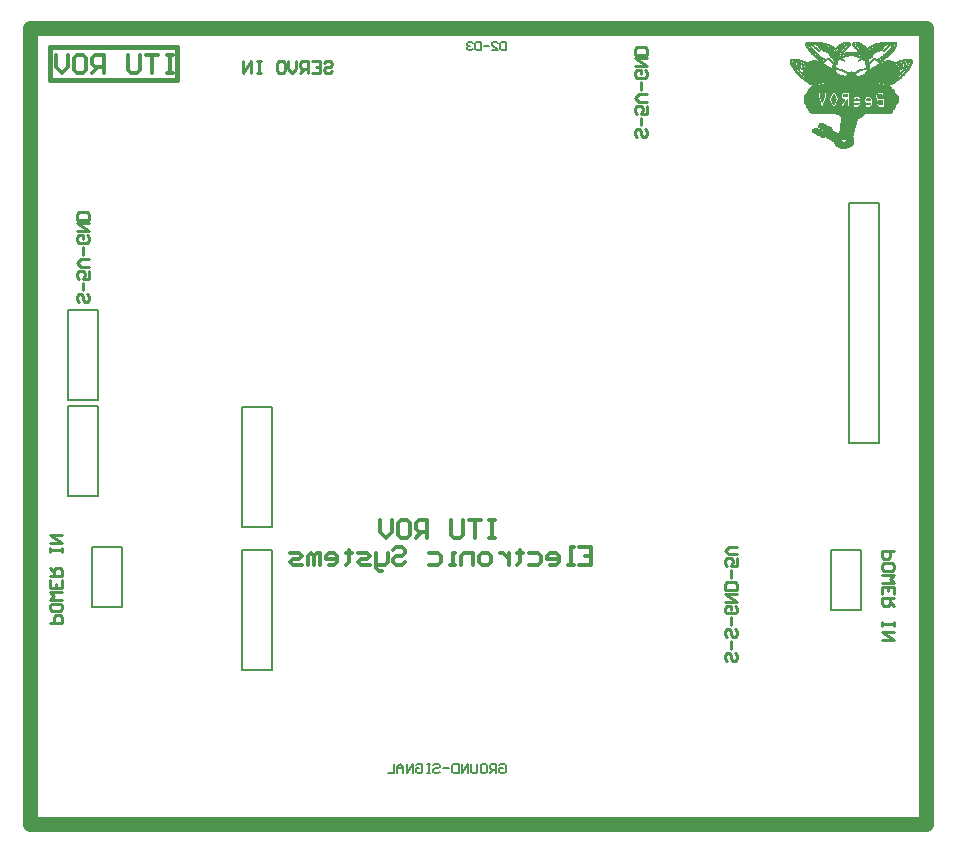
<source format=gbo>
G04 Layer_Color=32896*
%FSLAX43Y43*%
%MOMM*%
G71*
G01*
G75*
%ADD13C,1.270*%
%ADD20C,0.200*%
%ADD28C,0.400*%
%ADD29C,0.025*%
%ADD30C,0.254*%
%ADD31C,0.300*%
D13*
X54483Y49403D02*
Y116840D01*
Y49403D02*
X130302D01*
Y116840D01*
X54483D02*
X130302D01*
D20*
X72390Y74549D02*
X74930D01*
Y84709D01*
X72390Y74549D02*
Y84709D01*
X74930D01*
X72390Y62484D02*
X74930D01*
Y72644D01*
X72390Y62484D02*
Y72644D01*
X74930D01*
X59690Y67818D02*
X62230D01*
Y72898D01*
X59690D02*
X62230D01*
X59690Y67818D02*
Y72898D01*
X122301Y72644D02*
X124841D01*
X122301Y67564D02*
Y72644D01*
Y67564D02*
X124841D01*
Y72644D01*
X60198Y85344D02*
Y92964D01*
X57658Y85344D02*
X60198D01*
X57658D02*
Y92964D01*
X60198D01*
Y77216D02*
Y84836D01*
X57658Y77216D02*
X60198D01*
X57658D02*
Y84836D01*
X60198D01*
X123825Y81661D02*
X126365D01*
Y101981D01*
X123825D02*
X126365D01*
X123825Y81661D02*
Y101981D01*
X94209Y54387D02*
X94342Y54521D01*
X94609D01*
X94742Y54387D01*
Y53854D01*
X94609Y53721D01*
X94342D01*
X94209Y53854D01*
Y54121D01*
X94475D01*
X93942Y53721D02*
Y54521D01*
X93542D01*
X93409Y54387D01*
Y54121D01*
X93542Y53988D01*
X93942D01*
X93676D02*
X93409Y53721D01*
X92743Y54521D02*
X93009D01*
X93143Y54387D01*
Y53854D01*
X93009Y53721D01*
X92743D01*
X92609Y53854D01*
Y54387D01*
X92743Y54521D01*
X92343D02*
Y53854D01*
X92209Y53721D01*
X91943D01*
X91810Y53854D01*
Y54521D01*
X91543Y53721D02*
Y54521D01*
X91010Y53721D01*
Y54521D01*
X90743D02*
Y53721D01*
X90343D01*
X90210Y53854D01*
Y54387D01*
X90343Y54521D01*
X90743D01*
X89944Y54121D02*
X89410D01*
X88611Y54387D02*
X88744Y54521D01*
X89011D01*
X89144Y54387D01*
Y54254D01*
X89011Y54121D01*
X88744D01*
X88611Y53988D01*
Y53854D01*
X88744Y53721D01*
X89011D01*
X89144Y53854D01*
X88344Y54521D02*
X88077D01*
X88211D01*
Y53721D01*
X88344D01*
X88077D01*
X87144Y54387D02*
X87278Y54521D01*
X87544D01*
X87678Y54387D01*
Y53854D01*
X87544Y53721D01*
X87278D01*
X87144Y53854D01*
Y54121D01*
X87411D01*
X86878Y53721D02*
Y54521D01*
X86345Y53721D01*
Y54521D01*
X86078Y53721D02*
Y54254D01*
X85812Y54521D01*
X85545Y54254D01*
Y53721D01*
Y54121D01*
X86078D01*
X85278Y54521D02*
Y53721D01*
X84745D01*
X94742Y115635D02*
Y114935D01*
X94392D01*
X94275Y115052D01*
Y115518D01*
X94392Y115635D01*
X94742D01*
X93576Y114935D02*
X94042D01*
X93576Y115402D01*
Y115518D01*
X93692Y115635D01*
X93926D01*
X94042Y115518D01*
X93342Y115285D02*
X92876D01*
X92643Y115635D02*
Y114935D01*
X92293D01*
X92176Y115052D01*
Y115518D01*
X92293Y115635D01*
X92643D01*
X91943Y115518D02*
X91826Y115635D01*
X91593D01*
X91476Y115518D01*
Y115402D01*
X91593Y115285D01*
X91710D01*
X91593D01*
X91476Y115168D01*
Y115052D01*
X91593Y114935D01*
X91826D01*
X91943Y115052D01*
D28*
X56134Y112395D02*
Y115189D01*
X66929Y112395D02*
Y115189D01*
X56134D02*
X66929D01*
X56134Y112395D02*
X66929D01*
D29*
X120091Y112624D02*
X127838D01*
X119913Y112954D02*
X122860D01*
X119786Y112928D02*
X122885D01*
X119837Y112903D02*
X122936D01*
X119863Y112878D02*
X122987D01*
X119888Y112852D02*
X123063D01*
X119913Y112827D02*
X123114D01*
X119939Y112801D02*
X123215D01*
X119964Y112776D02*
X123444D01*
X119990Y112751D02*
X127940D01*
X120015Y112725D02*
X127914D01*
X120040Y112700D02*
X127889D01*
X120040Y112674D02*
X127889D01*
X120066Y112649D02*
X127864D01*
X120091Y112598D02*
X127813D01*
X120117Y112573D02*
X127813D01*
X120142Y112547D02*
X127787D01*
X120167Y112522D02*
X127762D01*
X119913Y112497D02*
X128016D01*
X119964Y112471D02*
X127965D01*
X119990Y112446D02*
X127940D01*
X120015Y112420D02*
X127889D01*
X120294Y112395D02*
X127864D01*
X120091Y112370D02*
X127813D01*
X120371Y112344D02*
X127787D01*
X120371Y112319D02*
X127762D01*
X120447Y112293D02*
X127737D01*
X120472Y112268D02*
X127711D01*
X120523Y112243D02*
X127406D01*
X121590Y112217D02*
X126340D01*
X121818Y112192D02*
X126111D01*
X121818Y112166D02*
X126111D01*
X121691Y112141D02*
X126238D01*
X121539Y112116D02*
X126365D01*
X121488Y112090D02*
X126441D01*
X121412Y112065D02*
X126517D01*
X121336Y112039D02*
X126594D01*
X121285Y112014D02*
X126619D01*
X121234Y111989D02*
X126695D01*
X121183Y111963D02*
X126721D01*
X120625Y111938D02*
X127279D01*
X120599Y111912D02*
X127305D01*
X120548Y111887D02*
X127305D01*
X120523Y111862D02*
X127330D01*
X120523Y111836D02*
X127330D01*
X120498Y111811D02*
X127356D01*
X120498Y111785D02*
X127356D01*
X120498Y111760D02*
X127356D01*
X120472Y111735D02*
X127356D01*
X120421Y111709D02*
X127356D01*
X120396Y111684D02*
X127432D01*
X120345Y111658D02*
X127483D01*
X120320Y111633D02*
X127508D01*
X120320Y111608D02*
X127533D01*
X120294Y111582D02*
X127559D01*
X120294Y111557D02*
X127559D01*
X120294Y111531D02*
X127584D01*
X120294Y111506D02*
X127584D01*
X120294Y111481D02*
X127584D01*
X120269Y111455D02*
X127584D01*
X120269Y111430D02*
X127584D01*
X120193Y110160D02*
X127660D01*
X120218Y110134D02*
X127660D01*
X120218Y110109D02*
X127660D01*
X120218Y110084D02*
X127635D01*
X120218Y110058D02*
X127635D01*
X120244Y110033D02*
X127610D01*
X120269Y110007D02*
X127610D01*
X120294Y109982D02*
X127584D01*
X120345Y109957D02*
X127533D01*
X120371Y109931D02*
X127457D01*
X120371Y109906D02*
X127457D01*
X120371Y109880D02*
X127457D01*
X120396Y109855D02*
X127457D01*
X120396Y109830D02*
X127457D01*
X120396Y109804D02*
X127457D01*
X120421Y109779D02*
X127457D01*
X120421Y109753D02*
X127432D01*
X120447Y109728D02*
X127432D01*
X120472Y109703D02*
X127406D01*
X120523Y109677D02*
X127381D01*
X120548Y109652D02*
X127330D01*
X122631Y109626D02*
X125222D01*
X122682Y109601D02*
X125171D01*
X122733Y109576D02*
X125095D01*
X120879Y107925D02*
X122834D01*
X120929Y107899D02*
X122885D01*
X120980Y107874D02*
X124130D01*
X121031Y107848D02*
X124130D01*
X121082Y107823D02*
X124130D01*
X121133Y107798D02*
X124104D01*
X121158Y107772D02*
X124104D01*
X121209Y107747D02*
X124079D01*
X121260Y107721D02*
X124079D01*
X121310Y107696D02*
X124079D01*
X121361Y107671D02*
X124079D01*
X121793Y107645D02*
X124054D01*
X121844Y107620D02*
X124054D01*
X121895Y107594D02*
X124079D01*
X121945Y107569D02*
X124104D01*
X121945Y107544D02*
X124130D01*
X121996Y107518D02*
X124130D01*
X122047Y107493D02*
X124155D01*
X122098Y107467D02*
X124155D01*
X122123Y107442D02*
X124155D01*
X122504Y107188D02*
X124155D01*
X122504Y107163D02*
X124155D01*
X122504Y107137D02*
X124155D01*
X122504Y107112D02*
X124130D01*
X122530Y107086D02*
X124130D01*
X122555Y107061D02*
X124130D01*
X122580Y107036D02*
X124104D01*
X122580Y107010D02*
X124079D01*
X122606Y106985D02*
X124054D01*
X122606Y106959D02*
X124028D01*
X122631Y106934D02*
X124028D01*
X122657Y106909D02*
X124003D01*
X122682Y106883D02*
X123977D01*
X122707Y106858D02*
X123952D01*
X122733Y106832D02*
X123901D01*
X122784Y106807D02*
X123850D01*
X119736Y112624D02*
X119964D01*
X121691Y110592D02*
X122174D01*
X121209Y108560D02*
X121945D01*
X124968Y114656D02*
X125857D01*
X126746Y110592D02*
X127940D01*
X125755D02*
X126060D01*
X123800D02*
X124104D01*
X123063Y108560D02*
X124308D01*
X121133Y115519D02*
X121895D01*
X121336Y115494D02*
X121971D01*
X121539Y115468D02*
X122047D01*
X121717Y115443D02*
X122098D01*
X121158Y115316D02*
X121844D01*
X121183Y115291D02*
X121920D01*
X121183Y115265D02*
X121971D01*
X121209Y115240D02*
X122022D01*
X121234Y115214D02*
X122072D01*
X121260Y115189D02*
X122123D01*
X121285Y115164D02*
X122149D01*
X121310Y115138D02*
X122199D01*
X121310Y115113D02*
X122225D01*
X121361Y115087D02*
X122276D01*
X121361Y115062D02*
X122301D01*
X121361Y115037D02*
X122352D01*
X121437Y115011D02*
X122377D01*
X121488Y114986D02*
X122403D01*
X121539Y114960D02*
X122453D01*
X121564Y114935D02*
X122479D01*
X121615Y114910D02*
X122504D01*
X121666Y114884D02*
X122530D01*
X121717Y114859D02*
X122580D01*
X121768Y114833D02*
X122580D01*
X121615Y114173D02*
X121920D01*
X121666Y114148D02*
X121895D01*
X121717Y114122D02*
X121869D01*
X121717Y114097D02*
X121818D01*
X119228D02*
X119786D01*
X121691Y114071D02*
X121793D01*
X119380D02*
X119863D01*
X119482Y114046D02*
X119913D01*
X119609Y114021D02*
X119964D01*
X119685Y113995D02*
X120040D01*
X119634Y113843D02*
X119812D01*
X119634Y113817D02*
X119837D01*
X119761Y113792D02*
X119913D01*
X119990Y113690D02*
X121818D01*
X120091Y113665D02*
X121869D01*
X120117Y113640D02*
X121920D01*
X120091Y113614D02*
X121971D01*
X120091Y113589D02*
X121996D01*
X120066Y113563D02*
X122047D01*
X120040Y113538D02*
X122098D01*
X120040Y113513D02*
X122123D01*
X120015Y113487D02*
X122174D01*
X119990Y113462D02*
X122225D01*
X119990Y113436D02*
X122250D01*
X119583D02*
X119761D01*
X119964Y113411D02*
X122301D01*
X119634D02*
X119863D01*
X119964Y113386D02*
X122326D01*
X119710D02*
X119888D01*
X119786Y113360D02*
X122377D01*
X119863Y113335D02*
X122580D01*
X119913Y113309D02*
X122606D01*
X119939Y113284D02*
X122631D01*
X119939Y113259D02*
X122631D01*
X119913Y113233D02*
X122606D01*
X119913Y113208D02*
X122631D01*
X119913Y113182D02*
X122631D01*
X119913Y113157D02*
X122657D01*
X119913Y113132D02*
X122682D01*
X119913Y113106D02*
X122682D01*
X119913Y113081D02*
X122707D01*
X119634D02*
X119761D01*
X119913Y113055D02*
X122707D01*
X119659D02*
X119786D01*
X119913Y113030D02*
X122733D01*
X119710D02*
X119812D01*
X119913Y113005D02*
X122758D01*
X119710D02*
X119837D01*
X119913Y112979D02*
X122784D01*
X119736D02*
X119863D01*
X119583Y112801D02*
X119761D01*
X119583Y112776D02*
X119786D01*
X119609Y112751D02*
X119837D01*
X119634Y112725D02*
X119837D01*
X119659Y112700D02*
X119888D01*
X119685Y112674D02*
X119939D01*
X119710Y112649D02*
X119964D01*
X121793Y110896D02*
X122149D01*
X121793Y110871D02*
X122149D01*
X121793Y110846D02*
X122149D01*
X121768Y110820D02*
X122123D01*
X121768Y110795D02*
X122123D01*
X121768Y110769D02*
X122123D01*
X121742Y110744D02*
X122149D01*
X121742Y110719D02*
X122149D01*
X121742Y110693D02*
X122149D01*
X121717Y110668D02*
X122149D01*
X121717Y110642D02*
X122174D01*
X121717Y110617D02*
X122174D01*
X121691Y110566D02*
X122199D01*
X121666Y110541D02*
X122199D01*
X121666Y110515D02*
X122225D01*
X121641Y110490D02*
X122225D01*
X121641Y110465D02*
X122225D01*
X121641Y110439D02*
X122250D01*
X121615Y110414D02*
X122250D01*
X121615Y110388D02*
X122276D01*
X121615Y110363D02*
X122276D01*
X121590Y110338D02*
X122276D01*
X121590Y110312D02*
X122301D01*
X121590Y110287D02*
X122301D01*
X121564Y110261D02*
X122326D01*
X121564Y110236D02*
X122352D01*
X121539Y110211D02*
X122377D01*
X121514Y110185D02*
X122428D01*
X121234Y108636D02*
X121818D01*
X121209Y108610D02*
X121844D01*
X121209Y108585D02*
X121895D01*
X121183Y108534D02*
X121996D01*
X121209Y108509D02*
X122047D01*
X121209Y108483D02*
X122098D01*
X121209Y108458D02*
X122149D01*
X121234Y108433D02*
X122199D01*
X121260Y108407D02*
X122250D01*
X121310Y108382D02*
X122276D01*
X121361Y108356D02*
X122301D01*
X121412Y108331D02*
X122301D01*
X121463Y108306D02*
X122301D01*
X121488Y108280D02*
X122326D01*
X121539Y108255D02*
X122326D01*
X121590Y108229D02*
X122301D01*
X121641Y108204D02*
X122301D01*
X121615Y108179D02*
X122301D01*
X121590Y108153D02*
X122326D01*
X121564Y108128D02*
X122403D01*
X120675Y108102D02*
X122453D01*
X120701Y108077D02*
X122504D01*
X120701Y108052D02*
X122555D01*
X120726Y108026D02*
X122606D01*
X120752Y108001D02*
X122657D01*
X120777Y107975D02*
X122707D01*
X120828Y107950D02*
X122758D01*
X123266Y115595D02*
X123825D01*
X123673Y115570D02*
X123850D01*
X123723Y115545D02*
X123850D01*
X123723Y115519D02*
X123850D01*
X123723Y115494D02*
X123850D01*
X123723Y115468D02*
X123850D01*
X125832Y115443D02*
X126213D01*
X123723D02*
X123850D01*
X125755Y115418D02*
X126086D01*
X123723D02*
X123850D01*
X125705Y115392D02*
X126009D01*
X123698D02*
X123850D01*
X125679Y115367D02*
X125933D01*
X123673D02*
X123825D01*
X125628Y115341D02*
X125908D01*
X123673D02*
X123825D01*
X125857Y115214D02*
X126695D01*
X125806Y115189D02*
X126670D01*
X125781Y115164D02*
X126644D01*
X125730Y115138D02*
X126619D01*
X125705Y115113D02*
X126594D01*
X125654Y115087D02*
X126568D01*
X125628Y115062D02*
X126543D01*
X125578Y115037D02*
X126568D01*
X125552Y115011D02*
X126492D01*
X125501Y114986D02*
X126441D01*
X125476Y114960D02*
X126390D01*
X125451Y114935D02*
X126340D01*
X125425Y114910D02*
X126314D01*
X125374Y114884D02*
X126263D01*
X125349Y114859D02*
X126213D01*
X125324Y114833D02*
X126136D01*
X125298Y114808D02*
X126086D01*
X123800D02*
X124130D01*
X124892Y114783D02*
X126009D01*
X123596D02*
X124308D01*
X124917Y114757D02*
X125959D01*
X123444D02*
X124460D01*
X124943Y114732D02*
X125908D01*
X123368D02*
X124562D01*
X124943Y114706D02*
X125882D01*
X123114D02*
X124816D01*
X124968Y114681D02*
X125857D01*
X123774Y114605D02*
X124155D01*
X123647Y114579D02*
X124282D01*
X123520Y114554D02*
X124409D01*
X123419Y114529D02*
X124511D01*
X125857Y114249D02*
X125984D01*
X125806Y114224D02*
X126009D01*
X125781Y114198D02*
X125908D01*
X125755Y114173D02*
X125882D01*
X125705Y114148D02*
X125857D01*
X127889Y113995D02*
X128245D01*
X127838Y113970D02*
X128118D01*
X127737Y113944D02*
X128118D01*
X126746Y113919D02*
X128016D01*
X126619Y113894D02*
X127965D01*
X126340Y113868D02*
X127914D01*
X127889Y113741D02*
X128092D01*
X127787Y113716D02*
X128092D01*
X126111Y113690D02*
X127940D01*
X125832Y113538D02*
X127864D01*
X125781Y113513D02*
X127889D01*
X125755Y113487D02*
X127914D01*
X125705Y113462D02*
X127914D01*
X125654Y113436D02*
X127940D01*
X125628Y113411D02*
X127940D01*
X125578Y113386D02*
X127965D01*
X125552Y113360D02*
X128143D01*
X125349Y113335D02*
X128067D01*
X125324Y113309D02*
X127991D01*
X125324Y113284D02*
X127991D01*
X125324Y113259D02*
X127991D01*
X125298Y113233D02*
X128016D01*
X125298Y113208D02*
X128016D01*
X125298Y113182D02*
X128016D01*
X125273Y113157D02*
X127991D01*
X125273Y113132D02*
X128016D01*
X125247Y113106D02*
X128016D01*
X125222Y113081D02*
X128016D01*
X123774D02*
X124155D01*
X125197Y113055D02*
X128016D01*
X123698D02*
X124231D01*
X125197Y113030D02*
X128016D01*
X123520D02*
X124409D01*
X125171Y113005D02*
X128016D01*
X123546D02*
X124384D01*
X125146Y112979D02*
X128016D01*
X123571D02*
X124358D01*
X125095Y112954D02*
X127991D01*
X123596D02*
X124333D01*
X125044Y112928D02*
X128118D01*
X123622D02*
X124308D01*
X124993Y112903D02*
X128092D01*
X123622D02*
X124282D01*
X124943Y112878D02*
X128067D01*
X123622D02*
X124282D01*
X124892Y112852D02*
X128041D01*
X123622D02*
X124308D01*
X124816Y112827D02*
X128016D01*
X123596D02*
X124333D01*
X124714Y112801D02*
X127991D01*
X123546D02*
X124358D01*
X124638Y112776D02*
X127965D01*
X123469D02*
X124409D01*
X127889Y112573D02*
X128092D01*
X127864Y112547D02*
X128067D01*
X127813Y112522D02*
X128041D01*
X123800Y111404D02*
X126213D01*
X123825Y111379D02*
X126162D01*
X123800Y111354D02*
X126136D01*
X123800Y111328D02*
X126111D01*
X123800Y111303D02*
X126086D01*
X123800Y111277D02*
X126060D01*
X123800Y111252D02*
X126060D01*
X123800Y111227D02*
X126060D01*
X123800Y111201D02*
X126035D01*
X123800Y111176D02*
X126035D01*
X123800Y111150D02*
X126035D01*
X123800Y111125D02*
X126035D01*
X126721Y111100D02*
X127889D01*
X123800D02*
X126035D01*
X126721Y111074D02*
X127914D01*
X123800D02*
X126035D01*
X126721Y111049D02*
X127914D01*
X125476D02*
X126035D01*
X123800D02*
X124358D01*
X126721Y111023D02*
X127940D01*
X125578D02*
X126035D01*
X123800D02*
X124257D01*
X126721Y110998D02*
X127940D01*
X125603D02*
X126035D01*
X123800D02*
X124231D01*
X126721Y110973D02*
X127940D01*
X125628D02*
X126035D01*
X123800D02*
X124206D01*
X126721Y110947D02*
X127940D01*
X125679D02*
X126035D01*
X123800D02*
X124181D01*
X126721Y110922D02*
X127940D01*
X125679D02*
X126060D01*
X123800D02*
X124155D01*
X126746Y110896D02*
X127940D01*
X125705D02*
X126060D01*
X123800D02*
X124130D01*
X126746Y110871D02*
X127965D01*
X125730D02*
X126060D01*
X123800D02*
X124104D01*
X126746Y110846D02*
X127965D01*
X125730D02*
X126086D01*
X123800D02*
X124104D01*
X126746Y110820D02*
X127965D01*
X125755D02*
X126111D01*
X123800D02*
X124104D01*
X126746Y110795D02*
X127965D01*
X125755D02*
X126111D01*
X123800D02*
X124104D01*
X126746Y110769D02*
X127965D01*
X125755D02*
X126086D01*
X123800D02*
X124104D01*
X126746Y110744D02*
X127965D01*
X125755D02*
X126086D01*
X123800D02*
X124104D01*
X126746Y110719D02*
X127965D01*
X125755D02*
X126060D01*
X123800D02*
X124104D01*
X126746Y110693D02*
X127965D01*
X125755D02*
X126060D01*
X123800D02*
X124104D01*
X126746Y110668D02*
X127965D01*
X125755D02*
X126060D01*
X123800D02*
X124104D01*
X126746Y110642D02*
X127965D01*
X125755D02*
X126060D01*
X123800D02*
X124104D01*
X126746Y110617D02*
X127965D01*
X125755D02*
X126060D01*
X123800D02*
X124104D01*
X126746Y110566D02*
X127914D01*
X125755D02*
X126060D01*
X123800D02*
X124104D01*
X126746Y110541D02*
X127914D01*
X125755D02*
X126060D01*
X123800D02*
X124104D01*
X126746Y110515D02*
X127889D01*
X125755D02*
X126060D01*
X123800D02*
X124130D01*
X125755Y110490D02*
X126060D01*
X123800D02*
X124612D01*
X125755Y110465D02*
X126060D01*
X123800D02*
X124612D01*
X125755Y110439D02*
X126060D01*
X123800D02*
X124612D01*
X125755Y110414D02*
X126060D01*
X123800D02*
X124587D01*
X125755Y110388D02*
X126060D01*
X123800D02*
X124562D01*
X125730Y110363D02*
X126086D01*
X123800D02*
X124511D01*
X125730Y110338D02*
X126086D01*
X123800D02*
X124130D01*
X125705Y110312D02*
X126111D01*
X123800D02*
X124104D01*
X125679Y110287D02*
X126136D01*
X123800D02*
X124104D01*
X125679Y110261D02*
X126162D01*
X123800D02*
X124104D01*
X125654Y110236D02*
X126187D01*
X123800D02*
X124104D01*
X125628Y110211D02*
X126213D01*
X123800D02*
X124130D01*
X125578Y110185D02*
X126289D01*
X123774D02*
X124155D01*
X122834Y109550D02*
X125044D01*
X122885Y109525D02*
X125019D01*
X122911Y109499D02*
X124993D01*
X122936Y109474D02*
X124968D01*
X122961Y109449D02*
X124943D01*
X122987Y109423D02*
X124917D01*
X123012Y109398D02*
X124892D01*
X123063Y109372D02*
X124866D01*
X123088Y109347D02*
X124816D01*
X123114Y109322D02*
X124790D01*
X123139Y109296D02*
X124739D01*
X123139Y109271D02*
X124689D01*
X123139Y109245D02*
X124638D01*
X123139Y109220D02*
X124612D01*
X123139Y109195D02*
X124562D01*
X123139Y109169D02*
X124485D01*
X123139Y109144D02*
X124485D01*
X123114Y109118D02*
X124460D01*
X123114Y109093D02*
X124460D01*
X123114Y109068D02*
X124460D01*
X123114Y109042D02*
X124435D01*
X123114Y109017D02*
X124435D01*
X123088Y108991D02*
X124435D01*
X123088Y108966D02*
X124435D01*
X123088Y108941D02*
X124409D01*
X123088Y108915D02*
X124409D01*
X123088Y108890D02*
X124409D01*
X123088Y108864D02*
X124409D01*
X123088Y108839D02*
X124384D01*
X123088Y108814D02*
X124384D01*
X123088Y108788D02*
X124384D01*
X123088Y108763D02*
X124384D01*
X123063Y108737D02*
X124358D01*
X123063Y108712D02*
X124358D01*
X123063Y108687D02*
X124358D01*
X123063Y108661D02*
X124333D01*
X123063Y108636D02*
X124333D01*
X123063Y108610D02*
X124308D01*
X123063Y108585D02*
X124308D01*
X123063Y108534D02*
X124308D01*
X123063Y108509D02*
X124282D01*
X123038Y108483D02*
X124282D01*
X123038Y108458D02*
X124282D01*
X123038Y108433D02*
X124282D01*
X123038Y108407D02*
X124257D01*
X123038Y108382D02*
X124257D01*
X123038Y108356D02*
X124257D01*
X123038Y108331D02*
X124257D01*
X123038Y108306D02*
X124231D01*
X123038Y108280D02*
X124231D01*
X123012Y108255D02*
X124231D01*
X123012Y108229D02*
X124231D01*
X123012Y108204D02*
X124231D01*
X123012Y108179D02*
X124206D01*
X123012Y108153D02*
X124206D01*
X123012Y108128D02*
X124206D01*
X122987Y108102D02*
X124181D01*
X122987Y108077D02*
X124181D01*
X122987Y108052D02*
X124181D01*
X122987Y108026D02*
X124181D01*
X122987Y108001D02*
X124181D01*
X122987Y107975D02*
X124155D01*
X122987Y107950D02*
X124155D01*
X122987Y107925D02*
X124155D01*
X122961Y107899D02*
X124130D01*
X123469Y107417D02*
X124155D01*
X123520Y107391D02*
X124155D01*
X123546Y107366D02*
X124181D01*
X123546Y107340D02*
X124181D01*
X123546Y107315D02*
X124181D01*
X123546Y107290D02*
X124181D01*
X123520Y107264D02*
X124181D01*
X123495Y107239D02*
X124181D01*
X123444Y107213D02*
X124155D01*
X122834Y106782D02*
X123825D01*
X120980Y114656D02*
X121107D01*
X120625D02*
X120828D01*
X121488Y110592D02*
X121514D01*
X119964D02*
X121310D01*
X123063Y114656D02*
X123596D01*
X122072D02*
X122936D01*
X123495Y110592D02*
X123647D01*
X122784D02*
X123292D01*
X122377D02*
X122580D01*
X124333Y114656D02*
X124841D01*
X124765Y110592D02*
X125070D01*
X127076Y114656D02*
X127279D01*
X126822D02*
X126949D01*
X126213Y110592D02*
X126568D01*
X127965Y112624D02*
X128168D01*
X118897Y114224D02*
X119329D01*
X118847Y114198D02*
X119405D01*
X118821Y114173D02*
X119532D01*
X118796Y114148D02*
X119609D01*
X119177Y114122D02*
X119710D01*
X118796D02*
X118948D01*
X118796Y114097D02*
X118923D01*
X118796Y114071D02*
X118923D01*
X119024Y114046D02*
X119101D01*
X118796D02*
X118923D01*
X119024Y114021D02*
X119202D01*
X118796D02*
X118923D01*
X119355Y113995D02*
X119380D01*
X119050D02*
X119329D01*
X118796D02*
X118923D01*
X119050Y113970D02*
X119482D01*
X118770D02*
X118923D01*
X119253Y113944D02*
X119583D01*
X119050D02*
X119151D01*
X118796D02*
X118923D01*
X119304Y113919D02*
X119634D01*
X119075D02*
X119151D01*
X118796D02*
X118948D01*
X119532Y113894D02*
X119710D01*
X119380D02*
X119456D01*
X119075D02*
X119177D01*
X118796D02*
X118948D01*
X119583Y113868D02*
X119736D01*
X119405D02*
X119456D01*
X119101D02*
X119177D01*
X118796D02*
X118974D01*
X119405Y113843D02*
X119456D01*
X119101D02*
X119202D01*
X118821D02*
X118974D01*
X119405Y113817D02*
X119456D01*
X119126D02*
X119202D01*
X118821D02*
X118974D01*
X119634Y113792D02*
X119710D01*
X119380D02*
X119456D01*
X119126D02*
X119228D01*
X118847D02*
X118999D01*
X119634Y113767D02*
X119685D01*
X119380D02*
X119456D01*
X119151D02*
X119228D01*
X118847D02*
X118999D01*
X119609Y113741D02*
X119685D01*
X119380D02*
X119456D01*
X119177D02*
X119253D01*
X118872D02*
X119024D01*
X119609Y113716D02*
X119685D01*
X119380D02*
X119456D01*
X119177D02*
X119253D01*
X118872D02*
X119050D01*
X119609Y113690D02*
X119685D01*
X119355D02*
X119456D01*
X119202D02*
X119278D01*
X118897D02*
X119050D01*
X119609Y113665D02*
X119685D01*
X119355D02*
X119456D01*
X119202D02*
X119304D01*
X118897D02*
X119075D01*
X119609Y113640D02*
X119685D01*
X119355D02*
X119456D01*
X119228D02*
X119304D01*
X118923D02*
X119101D01*
X119583Y113614D02*
X119685D01*
X119355D02*
X119431D01*
X119228D02*
X119329D01*
X118948D02*
X119101D01*
X119583Y113589D02*
X119685D01*
X119253D02*
X119431D01*
X118948D02*
X119126D01*
X119583Y113563D02*
X119685D01*
X119278D02*
X119482D01*
X118974D02*
X119151D01*
X119583Y113538D02*
X119685D01*
X119278D02*
X119532D01*
X118999D02*
X119151D01*
X119304Y113513D02*
X119659D01*
X118999D02*
X119151D01*
X119482Y113487D02*
X119659D01*
X119329D02*
X119431D01*
X118999D02*
X119202D01*
X119532Y113462D02*
X119710D01*
X119355D02*
X119431D01*
X119024D02*
X119202D01*
X119355Y113436D02*
X119456D01*
X119050D02*
X119228D01*
X119380Y113411D02*
X119482D01*
X119075D02*
X119228D01*
X119405Y113386D02*
X119482D01*
X119075D02*
X119253D01*
X119405Y113360D02*
X119507D01*
X119075D02*
X119278D01*
X119431Y113335D02*
X119532D01*
X119101D02*
X119278D01*
X119456Y113309D02*
X119558D01*
X119126D02*
X119304D01*
X119482Y113284D02*
X119558D01*
X119151D02*
X119329D01*
X119482Y113259D02*
X119583D01*
X119177D02*
X119329D01*
X119507Y113233D02*
X119609D01*
X119177D02*
X119355D01*
X119532Y113208D02*
X119634D01*
X119202D02*
X119380D01*
X119558Y113182D02*
X119659D01*
X119228D02*
X119405D01*
X119583Y113157D02*
X119685D01*
X119228D02*
X119405D01*
X119583Y113132D02*
X119710D01*
X119253D02*
X119456D01*
X119634Y113106D02*
X119736D01*
X119278D02*
X119456D01*
X119304Y113081D02*
X119482D01*
X119304Y113055D02*
X119507D01*
X119329Y113030D02*
X119532D01*
X119355Y113005D02*
X119558D01*
X119380Y112979D02*
X119583D01*
X119405Y112954D02*
X119609D01*
X119431Y112928D02*
X119634D01*
X119456Y112903D02*
X119659D01*
X119482Y112878D02*
X119710D01*
X119507Y112852D02*
X119710D01*
X119532Y112827D02*
X119736D01*
X120447Y115672D02*
X120752D01*
X120269Y115646D02*
X121031D01*
X121234Y115621D02*
X121361D01*
X120193D02*
X121209D01*
X120167Y115595D02*
X121514D01*
X120142Y115570D02*
X121615D01*
X120980Y115545D02*
X121768D01*
X120117D02*
X120294D01*
X120117Y115519D02*
X120244D01*
X120117Y115494D02*
X120244D01*
X120371Y115468D02*
X120929D01*
X120117D02*
X120244D01*
X120345Y115443D02*
X121234D01*
X120117D02*
X120244D01*
X121006Y115418D02*
X121310D01*
X120548D02*
X120675D01*
X120371D02*
X120421D01*
X120117D02*
X120244D01*
X121133Y115392D02*
X121514D01*
X120599D02*
X120726D01*
X120371D02*
X120447D01*
X120117D02*
X120244D01*
X121133Y115367D02*
X121615D01*
X120625D02*
X120752D01*
X120396D02*
X120447D01*
X120117D02*
X120269D01*
X121158Y115341D02*
X121768D01*
X120650D02*
X120777D01*
X120421D02*
X120472D01*
X120117D02*
X120269D01*
X120701Y115316D02*
X120828D01*
X120421D02*
X120498D01*
X120142D02*
X120294D01*
X120726Y115291D02*
X120853D01*
X120447D02*
X120523D01*
X120142D02*
X120294D01*
X120777Y115265D02*
X120879D01*
X120447D02*
X120523D01*
X120167D02*
X120320D01*
X120802Y115240D02*
X120904D01*
X120472D02*
X120548D01*
X120167D02*
X120345D01*
X120828Y115214D02*
X120929D01*
X120472D02*
X120574D01*
X120193D02*
X120345D01*
X120853Y115189D02*
X120980D01*
X120498D02*
X120599D01*
X120193D02*
X120371D01*
X120879Y115164D02*
X121006D01*
X120523D02*
X120625D01*
X120218D02*
X120371D01*
X120929Y115138D02*
X121031D01*
X120548D02*
X120625D01*
X120244D02*
X120396D01*
X120955Y115113D02*
X121056D01*
X120574D02*
X120650D01*
X120269D02*
X120421D01*
X120980Y115087D02*
X121082D01*
X120574D02*
X120675D01*
X120269D02*
X120421D01*
X121006Y115062D02*
X121107D01*
X120599D02*
X120701D01*
X120294D02*
X120447D01*
X121031Y115037D02*
X121133D01*
X120625D02*
X120726D01*
X120320D02*
X120472D01*
X121310Y115011D02*
X121412D01*
X121056D02*
X121158D01*
X120625D02*
X120752D01*
X120320D02*
X120498D01*
X121285Y114986D02*
X121361D01*
X121082D02*
X121183D01*
X120675D02*
X120777D01*
X120345D02*
X120523D01*
X121260Y114960D02*
X121336D01*
X121107D02*
X121209D01*
X120675D02*
X120777D01*
X120371D02*
X120523D01*
X121133Y114935D02*
X121310D01*
X120701D02*
X120802D01*
X120396D02*
X120548D01*
X121158Y114910D02*
X121260D01*
X120726D02*
X120828D01*
X120421D02*
X120574D01*
X121183Y114884D02*
X121209D01*
X120752D02*
X120853D01*
X120421D02*
X120625D01*
X120777Y114859D02*
X120879D01*
X120447D02*
X120625D01*
X120802Y114833D02*
X120904D01*
X120472D02*
X120650D01*
X120828Y114808D02*
X120929D01*
X120498D02*
X120675D01*
X120853Y114783D02*
X120955D01*
X120523D02*
X120701D01*
X120879Y114757D02*
X121006D01*
X120548D02*
X120726D01*
X120904Y114732D02*
X121031D01*
X120548D02*
X120752D01*
X120929Y114706D02*
X121056D01*
X120599D02*
X120752D01*
X120955Y114681D02*
X121082D01*
X120599D02*
X120802D01*
X121006Y114630D02*
X121133D01*
X120650D02*
X120853D01*
X121031Y114605D02*
X121158D01*
X120701D02*
X120853D01*
X121056Y114579D02*
X121183D01*
X120726D02*
X120879D01*
X121107Y114554D02*
X121234D01*
X120726D02*
X120929D01*
X121133Y114529D02*
X121260D01*
X120752D02*
X120955D01*
X121158Y114503D02*
X121285D01*
X120777D02*
X120980D01*
X121183Y114478D02*
X121336D01*
X120828D02*
X121006D01*
X121234Y114452D02*
X121361D01*
X120853D02*
X121056D01*
X121260Y114427D02*
X121387D01*
X120879D02*
X121082D01*
X121285Y114402D02*
X121437D01*
X120904D02*
X121107D01*
X121336Y114376D02*
X121463D01*
X120929D02*
X121158D01*
X121361Y114351D02*
X121514D01*
X120980D02*
X121183D01*
X121412Y114325D02*
X121539D01*
X121006D02*
X121183D01*
X121437Y114300D02*
X121590D01*
X121031D02*
X121234D01*
X121463Y114275D02*
X121615D01*
X121082D02*
X121260D01*
X121514Y114249D02*
X121666D01*
X121107D02*
X121310D01*
X121539Y114224D02*
X121691D01*
X121133D02*
X121336D01*
X121590Y114198D02*
X121742D01*
X121158D02*
X121387D01*
X121209Y114173D02*
X121437D01*
X121234Y114148D02*
X121488D01*
X121260Y114122D02*
X121514D01*
X121234Y114097D02*
X121539D01*
X121209Y114071D02*
X121539D01*
X120675D02*
X120980D01*
X121691Y114046D02*
X121768D01*
X120548D02*
X121514D01*
X121641Y114021D02*
X121742D01*
X120447D02*
X121488D01*
X121615Y113995D02*
X121717D01*
X120396D02*
X121463D01*
X121590Y113970D02*
X121691D01*
X120320D02*
X121260D01*
X119812D02*
X120117D01*
X121564Y113944D02*
X121666D01*
X120294D02*
X121209D01*
X119812D02*
X120193D01*
X121539Y113919D02*
X121641D01*
X121387D02*
X121412D01*
X119913D02*
X121183D01*
X121336Y113894D02*
X121615D01*
X119964D02*
X121310D01*
X120015Y113868D02*
X121590D01*
X120091Y113843D02*
X121564D01*
X120142Y113817D02*
X121590D01*
X120193Y113792D02*
X121641D01*
X120244Y113767D02*
X121691D01*
X119786D02*
X119964D01*
X120269Y113741D02*
X121742D01*
X119837D02*
X120040D01*
X120218Y113716D02*
X121768D01*
X119837D02*
X120142D01*
X119837Y113690D02*
X119913D01*
X119837Y113665D02*
X119888D01*
X119812Y113640D02*
X119888D01*
X119812Y113614D02*
X119888D01*
X119812Y113589D02*
X119888D01*
X119812Y113563D02*
X119888D01*
X119812Y113538D02*
X119888D01*
X119812Y113513D02*
X119888D01*
X119786Y113487D02*
X119888D01*
X119786Y113462D02*
X119888D01*
X119786Y113436D02*
X119888D01*
X119786Y112954D02*
X119888D01*
X119786Y112598D02*
X120015D01*
X119837Y112573D02*
X120040D01*
X119837Y112547D02*
X120066D01*
X119888Y112522D02*
X120117D01*
X120066Y112395D02*
X120269D01*
X120117Y112344D02*
X120345D01*
X120142Y112319D02*
X120345D01*
X120167Y112293D02*
X120421D01*
X120218Y112268D02*
X120447D01*
X120244Y112243D02*
X120498D01*
X120599Y112217D02*
X121539D01*
X120269D02*
X120574D01*
X120320Y112192D02*
X121463D01*
X120345Y112166D02*
X121412D01*
X120396Y112141D02*
X121285D01*
X120421Y112116D02*
X121183D01*
X120498Y112090D02*
X121183D01*
X120574Y112065D02*
X121183D01*
X120650Y112039D02*
X121158D01*
X120752Y112014D02*
X121158D01*
X120777Y111989D02*
X121133D01*
X120675Y111963D02*
X121107D01*
X121310Y111404D02*
X121742D01*
X120269D02*
X121209D01*
X121336Y111379D02*
X121717D01*
X120269D02*
X121183D01*
X121361Y111354D02*
X121717D01*
X120269D02*
X121183D01*
X121336Y111328D02*
X121717D01*
X120244D02*
X121183D01*
X121336Y111303D02*
X121717D01*
X120193D02*
X121183D01*
X121336Y111277D02*
X121717D01*
X120167D02*
X121183D01*
X121336Y111252D02*
X121717D01*
X120142D02*
X121183D01*
X121336Y111227D02*
X121717D01*
X120117D02*
X121183D01*
X121336Y111201D02*
X121717D01*
X120091D02*
X121183D01*
X121336Y111176D02*
X121717D01*
X120066D02*
X121183D01*
X121336Y111150D02*
X121717D01*
X120040D02*
X121183D01*
X121336Y111125D02*
X121717D01*
X120015D02*
X121183D01*
X121336Y111100D02*
X121691D01*
X119990D02*
X121183D01*
X121336Y111074D02*
X121691D01*
X119990D02*
X121158D01*
X121336Y111049D02*
X121691D01*
X119990D02*
X121158D01*
X121361Y111023D02*
X121691D01*
X119990D02*
X121183D01*
X121361Y110998D02*
X121666D01*
X119990D02*
X121183D01*
X121361Y110973D02*
X121666D01*
X119990D02*
X121183D01*
X121387Y110947D02*
X121666D01*
X119964D02*
X121209D01*
X121387Y110922D02*
X121641D01*
X119964D02*
X121209D01*
X121387Y110896D02*
X121641D01*
X119964D02*
X121209D01*
X121387Y110871D02*
X121615D01*
X119964D02*
X121234D01*
X121412Y110846D02*
X121615D01*
X119964D02*
X121234D01*
X121412Y110820D02*
X121590D01*
X119964D02*
X121234D01*
X121412Y110795D02*
X121590D01*
X119964D02*
X121234D01*
X121437Y110769D02*
X121590D01*
X119964D02*
X121260D01*
X121437Y110744D02*
X121564D01*
X119964D02*
X121260D01*
X121437Y110719D02*
X121564D01*
X119964D02*
X121260D01*
X121463Y110693D02*
X121564D01*
X119964D02*
X121285D01*
X121463Y110668D02*
X121539D01*
X119964D02*
X121285D01*
X121463Y110642D02*
X121539D01*
X119964D02*
X121285D01*
X121463Y110617D02*
X121539D01*
X119964D02*
X121310D01*
X121488Y110566D02*
X121514D01*
X119964D02*
X121310D01*
X119990Y110541D02*
X121310D01*
X119990Y110515D02*
X121336D01*
X120015Y110490D02*
X121336D01*
X120040Y110465D02*
X121336D01*
X120066Y110439D02*
X121361D01*
X120091Y110414D02*
X121361D01*
X120117Y110388D02*
X121361D01*
X120167Y110363D02*
X121387D01*
X120193Y110338D02*
X121387D01*
X120218Y110312D02*
X121387D01*
X120218Y110287D02*
X121387D01*
X120218Y110261D02*
X121412D01*
X120218Y110236D02*
X121412D01*
X120218Y110211D02*
X121437D01*
X120193Y110185D02*
X121463D01*
X121361Y108814D02*
X121437D01*
X121310Y108788D02*
X121514D01*
X121260Y108763D02*
X121564D01*
X121260Y108737D02*
X121615D01*
X121234Y108712D02*
X121666D01*
X121234Y108687D02*
X121717D01*
X121234Y108661D02*
X121768D01*
X120955Y108356D02*
X121082D01*
X120879Y108331D02*
X121133D01*
X120828Y108306D02*
X121183D01*
X120777Y108280D02*
X121209D01*
X120726Y108255D02*
X121260D01*
X120701Y108229D02*
X121310D01*
X120701Y108204D02*
X121361D01*
X120701Y108179D02*
X121387D01*
X120675Y108153D02*
X121437D01*
X120675Y108128D02*
X121488D01*
X121412Y107645D02*
X121742D01*
X121463Y107620D02*
X121717D01*
X121514Y107594D02*
X121666D01*
X123469Y115672D02*
X123698D01*
X123419Y115646D02*
X123774D01*
X123317Y115621D02*
X123800D01*
X123190Y115570D02*
X123520D01*
X123165Y115545D02*
X123444D01*
X123114Y115519D02*
X123393D01*
X123571Y115494D02*
X123622D01*
X123088D02*
X123317D01*
X123520Y115468D02*
X123596D01*
X123012D02*
X123241D01*
X123444Y115443D02*
X123596D01*
X122987D02*
X123215D01*
X123393Y115418D02*
X123571D01*
X122936D02*
X123190D01*
X121818D02*
X122149D01*
X123342Y115392D02*
X123546D01*
X122911D02*
X123139D01*
X121920D02*
X122199D01*
X123292Y115367D02*
X123520D01*
X122885D02*
X123088D01*
X121971D02*
X122250D01*
X123241Y115341D02*
X123495D01*
X122860D02*
X123063D01*
X122022D02*
X122276D01*
X123622Y115316D02*
X123800D01*
X123215D02*
X123469D01*
X122834D02*
X123012D01*
X122072D02*
X122301D01*
X123596Y115291D02*
X123774D01*
X123165D02*
X123444D01*
X122809D02*
X122987D01*
X122149D02*
X122377D01*
X123596Y115265D02*
X123749D01*
X123139D02*
X123419D01*
X122758D02*
X122961D01*
X122174D02*
X122428D01*
X123571Y115240D02*
X123723D01*
X123088D02*
X123393D01*
X122733D02*
X122936D01*
X122225D02*
X122453D01*
X123520Y115214D02*
X123723D01*
X123063D02*
X123368D01*
X122707D02*
X122911D01*
X122250D02*
X122504D01*
X123520Y115189D02*
X123698D01*
X123038D02*
X123342D01*
X122682D02*
X122860D01*
X122301D02*
X122530D01*
X123469Y115164D02*
X123673D01*
X122987D02*
X123317D01*
X122631D02*
X122834D01*
X122326D02*
X122555D01*
X123444Y115138D02*
X123622D01*
X122961D02*
X123292D01*
X122631D02*
X122809D01*
X122377D02*
X122580D01*
X123419Y115113D02*
X123596D01*
X122936D02*
X123266D01*
X122403D02*
X122784D01*
X123393Y115087D02*
X123571D01*
X122911D02*
X123241D01*
X122479D02*
X122733D01*
X123368Y115062D02*
X123546D01*
X122885D02*
X123215D01*
X122479D02*
X122707D01*
X123368Y115037D02*
X123520D01*
X122860D02*
X123190D01*
X122504D02*
X122707D01*
X123342Y115011D02*
X123495D01*
X122834D02*
X123165D01*
X122555D02*
X122657D01*
X123317Y114986D02*
X123469D01*
X122809D02*
X123165D01*
X122580D02*
X122657D01*
X123266Y114960D02*
X123444D01*
X122784D02*
X123139D01*
X122580D02*
X122657D01*
X123266Y114935D02*
X123444D01*
X122758D02*
X123114D01*
X123241Y114910D02*
X123419D01*
X122733D02*
X123088D01*
X123215Y114884D02*
X123393D01*
X122733D02*
X123088D01*
X123215Y114859D02*
X123368D01*
X122707D02*
X123063D01*
X123190Y114833D02*
X123342D01*
X122682D02*
X123038D01*
X123165Y114808D02*
X123317D01*
X122657D02*
X123038D01*
X121844D02*
X122606D01*
X123165Y114783D02*
X123292D01*
X121895D02*
X123012D01*
X123139Y114757D02*
X123292D01*
X121971D02*
X123012D01*
X123114Y114732D02*
X123266D01*
X122022D02*
X122987D01*
X122047Y114706D02*
X122961D01*
X123088Y114681D02*
X123673D01*
X122047D02*
X122961D01*
X123063Y114630D02*
X123419D01*
X122072D02*
X122936D01*
X123063Y114605D02*
X123342D01*
X122098D02*
X122936D01*
X123088Y114579D02*
X123266D01*
X122123D02*
X122961D01*
X123088Y114554D02*
X123190D01*
X122123D02*
X122961D01*
X123114Y114529D02*
X123139D01*
X122149D02*
X122987D01*
X123342Y114503D02*
X123800D01*
X122149D02*
X122987D01*
X123266Y114478D02*
X123698D01*
X122174D02*
X123012D01*
X123190Y114452D02*
X123571D01*
X122199D02*
X123038D01*
X123139Y114427D02*
X123469D01*
X122199D02*
X123038D01*
X122199Y114402D02*
X123393D01*
X122199Y114376D02*
X123317D01*
X122225Y114351D02*
X123266D01*
X122276Y114325D02*
X123190D01*
X122377Y114300D02*
X123165D01*
X122479Y114275D02*
X123190D01*
X121971D02*
X122047D01*
X122479Y114249D02*
X123190D01*
X121945D02*
X122072D01*
X122479Y114224D02*
X123215D01*
X121895D02*
X122123D01*
X123038Y114198D02*
X123241D01*
X122479D02*
X122961D01*
X122022D02*
X122149D01*
X121869D02*
X121971D01*
X123114Y114173D02*
X123266D01*
X122479D02*
X122936D01*
X122047D02*
X122174D01*
X123139Y114148D02*
X123292D01*
X122479D02*
X122885D01*
X122072D02*
X122199D01*
X123190Y114122D02*
X123317D01*
X122504D02*
X122885D01*
X122098D02*
X122225D01*
X123266Y114097D02*
X123342D01*
X122504D02*
X122834D01*
X122123D02*
X122276D01*
X123292Y114071D02*
X123342D01*
X122504D02*
X122834D01*
X122149D02*
X122301D01*
X123342Y114046D02*
X123368D01*
X122504D02*
X122809D01*
X122174D02*
X122326D01*
X122504Y114021D02*
X122809D01*
X122199D02*
X122352D01*
X122530Y113995D02*
X122809D01*
X122225D02*
X122377D01*
X122530Y113970D02*
X122809D01*
X122250D02*
X122403D01*
X122504Y113944D02*
X122809D01*
X122276D02*
X122428D01*
X122504Y113919D02*
X122809D01*
X122301D02*
X122453D01*
X122326Y113894D02*
X122809D01*
X122352Y113868D02*
X122809D01*
X122377Y113843D02*
X122784D01*
X122403Y113817D02*
X122784D01*
X122428Y113792D02*
X122784D01*
X122453Y113767D02*
X122758D01*
X122707Y113741D02*
X122758D01*
X122428D02*
X122631D01*
X122428Y113716D02*
X122631D01*
X122403Y113690D02*
X122631D01*
X122403Y113665D02*
X122631D01*
X122403Y113640D02*
X122631D01*
X122403Y113614D02*
X122631D01*
X122403Y113589D02*
X122631D01*
X122403Y113563D02*
X122657D01*
X122403Y113538D02*
X122657D01*
X122403Y113513D02*
X122657D01*
X122403Y113487D02*
X122682D01*
X122403Y113462D02*
X122707D01*
X122403Y113436D02*
X122809D01*
X122403Y113411D02*
X122885D01*
X122657Y113386D02*
X122987D01*
X122428D02*
X122555D01*
X122707Y113360D02*
X123088D01*
X122428D02*
X122580D01*
X122809Y113335D02*
X123190D01*
X122733D02*
X122784D01*
X122885Y113309D02*
X123241D01*
X122987Y113284D02*
X123317D01*
X123088Y113259D02*
X123368D01*
X123165Y113233D02*
X123419D01*
X123215Y113208D02*
X123469D01*
X123292Y113182D02*
X123495D01*
X123342Y113157D02*
X123520D01*
X123393Y113132D02*
X123571D01*
X123419Y113106D02*
X123596D01*
X123469Y113081D02*
X123622D01*
X123495Y113055D02*
X123647D01*
X123241Y112801D02*
X123266D01*
X122580Y111404D02*
X123266D01*
X121844D02*
X122428D01*
X122606Y111379D02*
X123215D01*
X121869D02*
X122377D01*
X122631Y111354D02*
X123190D01*
X121869D02*
X122352D01*
X122657Y111328D02*
X123165D01*
X121869D02*
X122352D01*
X122657Y111303D02*
X123139D01*
X121869D02*
X122326D01*
X122682Y111277D02*
X123139D01*
X121869D02*
X122326D01*
X122682Y111252D02*
X123114D01*
X121869D02*
X122301D01*
X123292Y111227D02*
X123647D01*
X122682D02*
X123114D01*
X122479D02*
X122504D01*
X121869D02*
X122301D01*
X123292Y111201D02*
X123647D01*
X122707D02*
X123114D01*
X122453D02*
X122530D01*
X121869D02*
X122276D01*
X123292Y111176D02*
X123647D01*
X122707D02*
X123114D01*
X122453D02*
X122530D01*
X121869D02*
X122276D01*
X123292Y111150D02*
X123647D01*
X122733D02*
X123114D01*
X122428D02*
X122555D01*
X121869D02*
X122250D01*
X123292Y111125D02*
X123647D01*
X122733D02*
X123114D01*
X122428D02*
X122555D01*
X121869D02*
X122250D01*
X123266Y111100D02*
X123647D01*
X122758D02*
X123114D01*
X122403D02*
X122580D01*
X121869D02*
X122225D01*
X123292Y111074D02*
X123647D01*
X122758D02*
X123114D01*
X122403D02*
X122580D01*
X121869D02*
X122225D01*
X123292Y111049D02*
X123647D01*
X122784D02*
X123114D01*
X122377D02*
X122580D01*
X121869D02*
X122199D01*
X123342Y111023D02*
X123647D01*
X122784D02*
X123114D01*
X122377D02*
X122606D01*
X121869D02*
X122199D01*
X122809Y110998D02*
X123114D01*
X122377D02*
X122606D01*
X121844D02*
X122174D01*
X122809Y110973D02*
X123139D01*
X122352D02*
X122631D01*
X121844D02*
X122174D01*
X122809Y110947D02*
X123139D01*
X122352D02*
X122631D01*
X121818D02*
X122149D01*
X122834Y110922D02*
X123165D01*
X122326D02*
X122657D01*
X121818D02*
X122149D01*
X122834Y110896D02*
X123190D01*
X122326D02*
X122657D01*
X122834Y110871D02*
X123241D01*
X122301D02*
X122657D01*
X122834Y110846D02*
X123317D01*
X122301D02*
X122682D01*
X123622Y110820D02*
X123647D01*
X122834D02*
X123419D01*
X122301D02*
X122682D01*
X123596Y110795D02*
X123647D01*
X122834D02*
X123419D01*
X122301D02*
X122682D01*
X123596Y110769D02*
X123647D01*
X122834D02*
X123393D01*
X122301D02*
X122682D01*
X123571Y110744D02*
X123647D01*
X122834D02*
X123368D01*
X122301D02*
X122657D01*
X123571Y110719D02*
X123647D01*
X122809D02*
X123368D01*
X122326D02*
X122657D01*
X123546Y110693D02*
X123647D01*
X122809D02*
X123342D01*
X122326D02*
X122631D01*
X123520Y110668D02*
X123647D01*
X122809D02*
X123342D01*
X122326D02*
X122631D01*
X123520Y110642D02*
X123647D01*
X122784D02*
X123317D01*
X122352D02*
X122606D01*
X123495Y110617D02*
X123647D01*
X122784D02*
X123292D01*
X122352D02*
X122606D01*
X123469Y110566D02*
X123647D01*
X122758D02*
X123266D01*
X122377D02*
X122580D01*
X123444Y110541D02*
X123647D01*
X122758D02*
X123241D01*
X122377D02*
X122580D01*
X123444Y110515D02*
X123647D01*
X122733D02*
X123241D01*
X122403D02*
X122555D01*
X123419Y110490D02*
X123647D01*
X122733D02*
X123215D01*
X122403D02*
X122555D01*
X123393Y110465D02*
X123647D01*
X122707D02*
X123215D01*
X122428D02*
X122530D01*
X123393Y110439D02*
X123647D01*
X122707D02*
X123190D01*
X122428D02*
X122530D01*
X123368Y110414D02*
X123647D01*
X122707D02*
X123165D01*
X122428D02*
X122504D01*
X123368Y110388D02*
X123647D01*
X122682D02*
X123165D01*
X122453D02*
X122479D01*
X123342Y110363D02*
X123647D01*
X122682D02*
X123139D01*
X123317Y110338D02*
X123647D01*
X122657D02*
X123139D01*
X123317Y110312D02*
X123647D01*
X122657D02*
X123114D01*
X123292Y110287D02*
X123647D01*
X122631D02*
X123114D01*
X123292Y110261D02*
X123647D01*
X122631D02*
X123114D01*
X123266Y110236D02*
X123647D01*
X122606D02*
X123114D01*
X123241Y110211D02*
X123647D01*
X122580D02*
X123114D01*
X123190Y110185D02*
X123698D01*
X122530D02*
X123165D01*
X122174Y107417D02*
X123190D01*
X122225Y107391D02*
X123139D01*
X122276Y107366D02*
X123114D01*
X122301Y107340D02*
X123114D01*
X122326Y107315D02*
X123088D01*
X122377Y107290D02*
X123114D01*
X122428Y107264D02*
X123114D01*
X122453Y107239D02*
X123165D01*
X122479Y107213D02*
X123190D01*
X122885Y106756D02*
X123774D01*
X122936Y106731D02*
X123723D01*
X122987Y106705D02*
X123673D01*
X123063Y106680D02*
X123571D01*
X123190Y106655D02*
X123444D01*
X124206Y115672D02*
X124460D01*
X124155Y115646D02*
X124511D01*
X124104Y115621D02*
X124587D01*
X124104Y115595D02*
X124663D01*
X124409Y115570D02*
X124714D01*
X124079D02*
X124257D01*
X124485Y115545D02*
X124765D01*
X124079D02*
X124206D01*
X124536Y115519D02*
X124790D01*
X124079D02*
X124206D01*
X124587Y115494D02*
X124841D01*
X124308D02*
X124333D01*
X124079D02*
X124206D01*
X124663Y115468D02*
X124892D01*
X124308D02*
X124409D01*
X124079D02*
X124206D01*
X124714Y115443D02*
X124943D01*
X124333D02*
X124485D01*
X124079D02*
X124206D01*
X124739Y115418D02*
X124993D01*
X124358D02*
X124511D01*
X124079D02*
X124206D01*
X124790Y115392D02*
X125019D01*
X124384D02*
X124587D01*
X124079D02*
X124231D01*
X124841Y115367D02*
X125044D01*
X124409D02*
X124612D01*
X124079D02*
X124257D01*
X124841Y115341D02*
X125070D01*
X124435D02*
X124663D01*
X124104D02*
X124257D01*
X125603Y115316D02*
X125832D01*
X124917D02*
X125095D01*
X124435D02*
X124714D01*
X124130D02*
X124282D01*
X125552Y115291D02*
X125781D01*
X124943D02*
X125120D01*
X124485D02*
X124765D01*
X124155D02*
X124308D01*
X125501Y115265D02*
X125755D01*
X124968D02*
X125171D01*
X124511D02*
X124790D01*
X124155D02*
X124333D01*
X125476Y115240D02*
X125705D01*
X124993D02*
X125197D01*
X124536D02*
X124816D01*
X124206D02*
X124358D01*
X125425Y115214D02*
X125679D01*
X125019D02*
X125222D01*
X124562D02*
X124841D01*
X124206D02*
X124409D01*
X125400Y115189D02*
X125603D01*
X125044D02*
X125247D01*
X124587D02*
X124892D01*
X124231D02*
X124409D01*
X125349Y115164D02*
X125578D01*
X125095D02*
X125273D01*
X124612D02*
X124917D01*
X124257D02*
X124435D01*
X125324Y115138D02*
X125527D01*
X125120D02*
X125298D01*
X124638D02*
X124968D01*
X124308D02*
X124485D01*
X125146Y115113D02*
X125501D01*
X124663D02*
X124993D01*
X124308D02*
X124511D01*
X125171Y115087D02*
X125451D01*
X124689D02*
X125019D01*
X124358D02*
X124511D01*
X125197Y115062D02*
X125451D01*
X124689D02*
X125044D01*
X124384D02*
X124562D01*
X125222Y115037D02*
X125400D01*
X124714D02*
X125070D01*
X124409D02*
X124562D01*
X125247Y115011D02*
X125374D01*
X124739D02*
X125095D01*
X124409D02*
X124587D01*
X125273Y114986D02*
X125349D01*
X124765D02*
X125120D01*
X124460D02*
X124612D01*
X125273Y114960D02*
X125324D01*
X124790D02*
X125146D01*
X124460D02*
X124638D01*
X124816Y114935D02*
X125146D01*
X124485D02*
X124663D01*
X124816Y114910D02*
X125171D01*
X124511D02*
X124689D01*
X124841Y114884D02*
X125197D01*
X124536D02*
X124689D01*
X124866Y114859D02*
X125222D01*
X124562D02*
X124714D01*
X124866Y114833D02*
X125247D01*
X124562D02*
X124739D01*
X124892Y114808D02*
X125247D01*
X124587D02*
X124739D01*
X124612Y114783D02*
X124765D01*
X124612Y114757D02*
X124790D01*
X124638Y114732D02*
X124790D01*
X124257Y114681D02*
X124816D01*
X124993Y114630D02*
X125832D01*
X124511D02*
X124841D01*
X124993Y114605D02*
X125832D01*
X124562D02*
X124866D01*
X124968Y114579D02*
X125806D01*
X124663D02*
X124841D01*
X124943Y114554D02*
X125781D01*
X124714D02*
X124816D01*
X124943Y114529D02*
X125781D01*
X124917Y114503D02*
X125755D01*
X124130D02*
X124587D01*
X124917Y114478D02*
X125755D01*
X124231D02*
X124663D01*
X124892Y114452D02*
X125730D01*
X124358D02*
X124714D01*
X124866Y114427D02*
X125730D01*
X124460D02*
X124790D01*
X124511Y114402D02*
X125730D01*
X124612Y114376D02*
X125730D01*
X124663Y114351D02*
X125705D01*
X124714Y114325D02*
X125628D01*
X124739Y114300D02*
X125552D01*
X124739Y114275D02*
X125451D01*
X124714Y114249D02*
X125451D01*
X124714Y114224D02*
X125451D01*
X124943Y114198D02*
X125451D01*
X124663D02*
X124866D01*
X124993Y114173D02*
X125451D01*
X124638D02*
X124816D01*
X125019Y114148D02*
X125451D01*
X124638D02*
X124765D01*
X125679Y114122D02*
X125832D01*
X125044D02*
X125425D01*
X124612D02*
X124714D01*
X125654Y114097D02*
X125806D01*
X125070D02*
X125425D01*
X124587D02*
X124663D01*
X125628Y114071D02*
X125781D01*
X125095D02*
X125425D01*
X124562D02*
X124638D01*
X125603Y114046D02*
X125755D01*
X125120D02*
X125425D01*
X124536D02*
X124587D01*
X125578Y114021D02*
X125730D01*
X125120D02*
X125400D01*
X125552Y113995D02*
X125705D01*
X125120D02*
X125400D01*
X125527Y113970D02*
X125679D01*
X125120D02*
X125400D01*
X125501Y113944D02*
X125628D01*
X125120D02*
X125425D01*
X125476Y113919D02*
X125628D01*
X125120D02*
X125425D01*
X125120Y113894D02*
X125603D01*
X125120Y113868D02*
X125578D01*
X125120Y113843D02*
X125552D01*
X125120Y113817D02*
X125527D01*
X125120Y113792D02*
X125501D01*
X125146Y113767D02*
X125476D01*
X125298Y113741D02*
X125476D01*
X125171D02*
X125222D01*
X125298Y113716D02*
X125501D01*
X125298Y113690D02*
X125501D01*
X125273Y113665D02*
X125501D01*
X125273Y113640D02*
X125501D01*
X125273Y113614D02*
X125501D01*
X125273Y113589D02*
X125501D01*
X125273Y113563D02*
X125501D01*
X125273Y113538D02*
X125501D01*
X125247Y113513D02*
X125501D01*
X125222Y113487D02*
X125527D01*
X125171Y113462D02*
X125527D01*
X125120Y113436D02*
X125501D01*
X125349Y113411D02*
X125501D01*
X125044D02*
X125273D01*
X125374Y113386D02*
X125501D01*
X124943D02*
X125222D01*
X125349Y113360D02*
X125501D01*
X124841D02*
X125171D01*
X124739Y113335D02*
X125095D01*
X124689Y113309D02*
X125019D01*
X124612Y113284D02*
X124917D01*
X124536Y113259D02*
X124790D01*
X124511Y113233D02*
X124739D01*
X124460Y113208D02*
X124689D01*
X124409Y113182D02*
X124638D01*
X124384Y113157D02*
X124612D01*
X123952D02*
X123977D01*
X124358Y113132D02*
X124536D01*
X123901D02*
X124028D01*
X124308Y113106D02*
X124511D01*
X123850D02*
X124079D01*
X124282Y113081D02*
X124460D01*
X124282Y113055D02*
X124435D01*
X124511Y111049D02*
X125349D01*
X124612Y111023D02*
X125247D01*
X124638Y110998D02*
X125197D01*
X124663Y110973D02*
X125171D01*
X124689Y110947D02*
X125146D01*
X124714Y110922D02*
X125120D01*
X124739Y110896D02*
X125095D01*
X125324Y110871D02*
X125476D01*
X124765D02*
X125095D01*
X124358D02*
X124511D01*
X125273Y110846D02*
X125552D01*
X124765D02*
X125095D01*
X124308D02*
X124562D01*
X125247Y110820D02*
X125578D01*
X124765D02*
X125070D01*
X124282D02*
X124587D01*
X125247Y110795D02*
X125578D01*
X124765D02*
X125070D01*
X124257D02*
X124612D01*
X125247Y110769D02*
X125578D01*
X124765D02*
X125070D01*
X124257D02*
X124612D01*
X125247Y110744D02*
X125578D01*
X124765D02*
X125070D01*
X124257D02*
X124612D01*
X125247Y110719D02*
X125578D01*
X124765D02*
X125070D01*
X124257D02*
X124612D01*
X125247Y110693D02*
X125603D01*
X124765D02*
X125070D01*
X124257D02*
X124612D01*
X124765Y110668D02*
X125070D01*
X124765Y110642D02*
X125070D01*
X124765Y110617D02*
X125070D01*
X124765Y110566D02*
X125095D01*
X124765Y110541D02*
X125095D01*
X124765Y110515D02*
X125120D01*
X124765Y110490D02*
X125578D01*
X124765Y110465D02*
X125603D01*
X124765Y110439D02*
X125578D01*
X124765Y110414D02*
X125578D01*
X124765Y110388D02*
X125552D01*
X124765Y110363D02*
X125476D01*
X124739Y110338D02*
X125120D01*
X124739Y110312D02*
X125095D01*
X124714Y110287D02*
X125095D01*
X124689Y110261D02*
X125095D01*
X124663Y110236D02*
X125095D01*
X124638Y110211D02*
X125120D01*
X124587Y110185D02*
X125146D01*
X127178Y115672D02*
X127483D01*
X126898Y115646D02*
X127660D01*
X126721Y115621D02*
X127737D01*
X126568D02*
X126695D01*
X126390Y115595D02*
X127762D01*
X126289Y115570D02*
X127787D01*
X127635Y115545D02*
X127787D01*
X126136D02*
X126949D01*
X127660Y115519D02*
X127787D01*
X126035D02*
X126771D01*
X127686Y115494D02*
X127813D01*
X125959D02*
X126594D01*
X127686Y115468D02*
X127813D01*
X127000D02*
X127559D01*
X125882D02*
X126390D01*
X127686Y115443D02*
X127813D01*
X126695D02*
X127584D01*
X127686Y115418D02*
X127813D01*
X127483D02*
X127559D01*
X127229D02*
X127381D01*
X126594D02*
X126898D01*
X127686Y115392D02*
X127813D01*
X127483D02*
X127559D01*
X127203D02*
X127330D01*
X126416D02*
X126797D01*
X127660Y115367D02*
X127813D01*
X127457D02*
X127533D01*
X127178D02*
X127305D01*
X126289D02*
X126797D01*
X127660Y115341D02*
X127813D01*
X127457D02*
X127508D01*
X127127D02*
X127254D01*
X126162D02*
X126771D01*
X127635Y115316D02*
X127787D01*
X127432D02*
X127508D01*
X127102D02*
X127229D01*
X126086D02*
X126771D01*
X127635Y115291D02*
X127762D01*
X127406D02*
X127483D01*
X127076D02*
X127178D01*
X126009D02*
X126746D01*
X127610Y115265D02*
X127762D01*
X127381D02*
X127457D01*
X127051D02*
X127152D01*
X125959D02*
X126721D01*
X127584Y115240D02*
X127737D01*
X127381D02*
X127457D01*
X127000D02*
X127127D01*
X125908D02*
X126721D01*
X127559Y115214D02*
X127737D01*
X127356D02*
X127432D01*
X126975D02*
X127102D01*
X127533Y115189D02*
X127711D01*
X127330D02*
X127406D01*
X126949D02*
X127051D01*
X127533Y115164D02*
X127686D01*
X127305D02*
X127406D01*
X126924D02*
X127025D01*
X127508Y115138D02*
X127660D01*
X127279D02*
X127381D01*
X126898D02*
X127000D01*
X127508Y115113D02*
X127660D01*
X127279D02*
X127356D01*
X126873D02*
X126975D01*
X127483Y115087D02*
X127635D01*
X127254D02*
X127330D01*
X126848D02*
X126949D01*
X127483Y115062D02*
X127635D01*
X127229D02*
X127330D01*
X126822D02*
X126924D01*
X127457Y115037D02*
X127610D01*
X127203D02*
X127305D01*
X126797D02*
X126898D01*
X127432Y115011D02*
X127610D01*
X127178D02*
X127279D01*
X126771D02*
X126873D01*
X126517D02*
X126594D01*
X127406Y114986D02*
X127584D01*
X127152D02*
X127254D01*
X126746D02*
X126848D01*
X126543D02*
X126644D01*
X127406Y114960D02*
X127559D01*
X127127D02*
X127229D01*
X126721D02*
X126822D01*
X126594D02*
X126670D01*
X127356Y114935D02*
X127533D01*
X127102D02*
X127203D01*
X126619D02*
X126797D01*
X127330Y114910D02*
X127508D01*
X127076D02*
X127203D01*
X126670D02*
X126771D01*
X127305Y114884D02*
X127508D01*
X127051D02*
X127152D01*
X126695D02*
X126721D01*
X127305Y114859D02*
X127457D01*
X127025D02*
X127152D01*
X127279Y114833D02*
X127457D01*
X127000D02*
X127102D01*
X127254Y114808D02*
X127432D01*
X126975D02*
X127102D01*
X127229Y114783D02*
X127406D01*
X126949D02*
X127076D01*
X127203Y114757D02*
X127381D01*
X126924D02*
X127051D01*
X127178Y114732D02*
X127356D01*
X126898D02*
X127025D01*
X127152Y114706D02*
X127330D01*
X126873D02*
X127000D01*
X127127Y114681D02*
X127305D01*
X126848D02*
X126975D01*
X127076Y114630D02*
X127254D01*
X126797D02*
X126898D01*
X127051Y114605D02*
X127229D01*
X126746D02*
X126898D01*
X127025Y114579D02*
X127203D01*
X126721D02*
X126848D01*
X126975Y114554D02*
X127178D01*
X126695D02*
X126822D01*
X126949Y114529D02*
X127152D01*
X126670D02*
X126797D01*
X126924Y114503D02*
X127152D01*
X126644D02*
X126771D01*
X126924Y114478D02*
X127102D01*
X126594D02*
X126746D01*
X126873Y114452D02*
X127076D01*
X126568D02*
X126695D01*
X126848Y114427D02*
X127051D01*
X126517D02*
X126670D01*
X126797Y114402D02*
X127025D01*
X126492D02*
X126619D01*
X126771Y114376D02*
X126975D01*
X126467D02*
X126594D01*
X126746Y114351D02*
X126949D01*
X126416D02*
X126568D01*
X126721Y114325D02*
X126924D01*
X126390D02*
X126517D01*
X126670Y114300D02*
X126873D01*
X126340D02*
X126492D01*
X126644Y114275D02*
X126848D01*
X126314D02*
X126441D01*
X125882D02*
X125933D01*
X126594Y114249D02*
X126822D01*
X126263D02*
X126416D01*
X126568Y114224D02*
X126797D01*
X126213D02*
X126365D01*
X126543Y114198D02*
X126771D01*
X126187D02*
X126340D01*
X125959D02*
X126060D01*
X126492Y114173D02*
X126721D01*
X125984D02*
X126289D01*
X126441Y114148D02*
X126695D01*
X126035D02*
X126263D01*
X126416Y114122D02*
X126670D01*
X126060D02*
X126213D01*
X126365Y114097D02*
X126670D01*
X126086D02*
X126213D01*
X126949Y114071D02*
X127254D01*
X126365D02*
X126721D01*
X126136D02*
X126213D01*
X126416Y114046D02*
X127381D01*
X126162D02*
X126238D01*
X126416Y114021D02*
X127483D01*
X126187D02*
X126289D01*
X126467Y113995D02*
X127533D01*
X126213D02*
X126314D01*
X126670Y113970D02*
X127610D01*
X126238D02*
X126314D01*
X126695Y113944D02*
X127635D01*
X126263D02*
X126365D01*
X126517Y113919D02*
X126543D01*
X126289D02*
X126390D01*
X126314Y113894D02*
X126568D01*
X126340Y113843D02*
X127838D01*
X126314Y113817D02*
X127787D01*
X126289Y113792D02*
X127737D01*
X126238Y113767D02*
X127660D01*
X126187Y113741D02*
X127660D01*
X126136Y113716D02*
X127711D01*
X126060Y113665D02*
X127838D01*
X126009Y113640D02*
X127813D01*
X125959Y113614D02*
X127813D01*
X125908Y113589D02*
X127838D01*
X125882Y113563D02*
X127864D01*
X127432Y112243D02*
X127686D01*
X127356Y112217D02*
X127660D01*
X126390D02*
X127330D01*
X126441Y112192D02*
X127610D01*
X126517Y112166D02*
X127559D01*
X126644Y112141D02*
X127533D01*
X126746Y112116D02*
X127483D01*
X126746Y112090D02*
X127432D01*
X126746Y112065D02*
X127356D01*
X126746Y112039D02*
X127279D01*
X126771Y112014D02*
X127178D01*
X126797Y111989D02*
X127102D01*
X126822Y111963D02*
X127229D01*
X126695Y111404D02*
X127584D01*
X126721Y111379D02*
X127584D01*
X126721Y111354D02*
X127584D01*
X126721Y111328D02*
X127660D01*
X126721Y111303D02*
X127711D01*
X126721Y111277D02*
X127737D01*
X126721Y111252D02*
X127762D01*
X126721Y111227D02*
X127787D01*
X126263D02*
X126543D01*
X126721Y111201D02*
X127813D01*
X126213D02*
X126543D01*
X126721Y111176D02*
X127838D01*
X126213D02*
X126543D01*
X126721Y111150D02*
X127864D01*
X126213D02*
X126568D01*
X126721Y111125D02*
X127864D01*
X126187D02*
X126568D01*
X126187Y111100D02*
X126568D01*
X126187Y111074D02*
X126568D01*
X126187Y111049D02*
X126568D01*
X126187Y111023D02*
X126568D01*
X126213Y110998D02*
X126568D01*
X126213Y110973D02*
X126568D01*
X126213Y110947D02*
X126568D01*
X126238Y110922D02*
X126568D01*
X126314Y110896D02*
X126568D01*
X126263Y110693D02*
X126568D01*
X126238Y110668D02*
X126568D01*
X126213Y110642D02*
X126568D01*
X126213Y110617D02*
X126568D01*
X126213Y110566D02*
X126568D01*
X126213Y110541D02*
X126594D01*
X126213Y110515D02*
X126594D01*
X126746Y110490D02*
X127864D01*
X126213D02*
X126594D01*
X126746Y110465D02*
X127864D01*
X126213D02*
X126594D01*
X126746Y110439D02*
X127838D01*
X126238D02*
X126594D01*
X126746Y110414D02*
X127787D01*
X126238D02*
X126594D01*
X126746Y110388D02*
X127762D01*
X126263D02*
X126594D01*
X126746Y110363D02*
X127711D01*
X126771Y110338D02*
X127686D01*
X126771Y110312D02*
X127660D01*
X126771Y110287D02*
X127660D01*
X126771Y110261D02*
X127660D01*
X126771Y110236D02*
X127660D01*
X126771Y110211D02*
X127660D01*
X126746Y110185D02*
X127660D01*
X128651Y114224D02*
X129032D01*
X128524Y114198D02*
X129083D01*
X128397Y114173D02*
X129083D01*
X128321Y114148D02*
X129108D01*
X128956Y114122D02*
X129108D01*
X128219D02*
X128753D01*
X129007Y114097D02*
X129134D01*
X128143D02*
X128702D01*
X129007Y114071D02*
X129134D01*
X128041D02*
X128549D01*
X129007Y114046D02*
X129134D01*
X128829D02*
X128905D01*
X128016D02*
X128448D01*
X129007Y114021D02*
X129134D01*
X128702D02*
X128905D01*
X127965D02*
X128321D01*
X129007Y113995D02*
X129134D01*
X128600D02*
X128880D01*
X129007Y113970D02*
X129134D01*
X128448D02*
X128880D01*
X129007Y113944D02*
X129134D01*
X128778D02*
X128854D01*
X128321D02*
X128651D01*
X128981Y113919D02*
X129134D01*
X128778D02*
X128854D01*
X128295D02*
X128600D01*
X128956Y113894D02*
X129134D01*
X128753D02*
X128829D01*
X128448D02*
X128549D01*
X128219D02*
X128397D01*
X128956Y113868D02*
X129108D01*
X128753D02*
X128829D01*
X128448D02*
X128524D01*
X128194D02*
X128346D01*
X128930Y113843D02*
X129108D01*
X128727D02*
X128803D01*
X128473D02*
X128524D01*
X128118D02*
X128295D01*
X128930Y113817D02*
X129083D01*
X128727D02*
X128803D01*
X128473D02*
X128524D01*
X128067D02*
X128295D01*
X128905Y113792D02*
X129083D01*
X128702D02*
X128778D01*
X128473D02*
X128549D01*
X128219D02*
X128295D01*
X128016D02*
X128168D01*
X128905Y113767D02*
X129057D01*
X128676D02*
X128778D01*
X128473D02*
X128549D01*
X128219D02*
X128295D01*
X127940D02*
X128143D01*
X128905Y113741D02*
X129057D01*
X128676D02*
X128753D01*
X128473D02*
X128549D01*
X128219D02*
X128295D01*
X128880Y113716D02*
X129032D01*
X128651D02*
X128753D01*
X128473D02*
X128549D01*
X128245D02*
X128321D01*
X128880Y113690D02*
X129032D01*
X128651D02*
X128727D01*
X128473D02*
X128549D01*
X128245D02*
X128321D01*
X128016D02*
X128092D01*
X128854Y113665D02*
X129007D01*
X128626D02*
X128727D01*
X128473D02*
X128549D01*
X128245D02*
X128321D01*
X128016D02*
X128092D01*
X128829Y113640D02*
X129007D01*
X128600D02*
X128702D01*
X128473D02*
X128575D01*
X128245D02*
X128321D01*
X128041D02*
X128118D01*
X128829Y113614D02*
X128981D01*
X128600D02*
X128702D01*
X128473D02*
X128549D01*
X128245D02*
X128321D01*
X128041D02*
X128118D01*
X128803Y113589D02*
X128956D01*
X128473D02*
X128676D01*
X128245D02*
X128321D01*
X128041D02*
X128118D01*
X128778Y113563D02*
X128956D01*
X128448D02*
X128651D01*
X128245D02*
X128321D01*
X128041D02*
X128118D01*
X128778Y113538D02*
X128930D01*
X128397D02*
X128651D01*
X128245D02*
X128321D01*
X128041D02*
X128118D01*
X128753Y113513D02*
X128905D01*
X128245D02*
X128600D01*
X128041D02*
X128118D01*
X128727Y113487D02*
X128905D01*
X128499D02*
X128600D01*
X128245D02*
X128448D01*
X128041D02*
X128118D01*
X128727Y113462D02*
X128880D01*
X128499D02*
X128575D01*
X128219D02*
X128397D01*
X128041D02*
X128118D01*
X128702Y113436D02*
X128880D01*
X128473D02*
X128575D01*
X128168D02*
X128346D01*
X128041D02*
X128143D01*
X128702Y113411D02*
X128854D01*
X128448D02*
X128549D01*
X128041D02*
X128270D01*
X128676Y113386D02*
X128854D01*
X128422D02*
X128524D01*
X128041D02*
X128219D01*
X128651Y113360D02*
X128829D01*
X128422D02*
X128524D01*
X128626Y113335D02*
X128829D01*
X128397D02*
X128499D01*
X128626Y113309D02*
X128778D01*
X128372D02*
X128473D01*
X128600Y113284D02*
X128778D01*
X128346D02*
X128448D01*
X128600Y113259D02*
X128753D01*
X128321D02*
X128422D01*
X128575Y113233D02*
X128727D01*
X128295D02*
X128422D01*
X128549Y113208D02*
X128727D01*
X128295D02*
X128397D01*
X128524Y113182D02*
X128702D01*
X128270D02*
X128372D01*
X128524Y113157D02*
X128702D01*
X128245D02*
X128346D01*
X128473Y113132D02*
X128651D01*
X128219D02*
X128321D01*
X128473Y113106D02*
X128651D01*
X128194D02*
X128295D01*
X128448Y113081D02*
X128626D01*
X128168D02*
X128270D01*
X128422Y113055D02*
X128600D01*
X128143D02*
X128245D01*
X128397Y113030D02*
X128575D01*
X128118D02*
X128219D01*
X128372Y113005D02*
X128575D01*
X128092D02*
X128194D01*
X128346Y112979D02*
X128524D01*
X128067D02*
X128168D01*
X128321Y112954D02*
X128499D01*
X128041D02*
X128143D01*
X128270Y112928D02*
X128473D01*
X128245Y112903D02*
X128448D01*
X128219Y112878D02*
X128448D01*
X128194Y112852D02*
X128397D01*
X128194Y112827D02*
X128372D01*
X128168Y112801D02*
X128346D01*
X128118Y112776D02*
X128321D01*
X128092Y112751D02*
X128295D01*
X128092Y112725D02*
X128295D01*
X128016Y112700D02*
X128245D01*
X127991Y112674D02*
X128219D01*
X127965Y112649D02*
X128194D01*
X127914Y112598D02*
X128118D01*
D30*
X127635Y72517D02*
X126635D01*
Y72017D01*
X126802Y71851D01*
X127135D01*
X127302Y72017D01*
Y72517D01*
X126635Y71017D02*
Y71351D01*
X126802Y71517D01*
X127468D01*
X127635Y71351D01*
Y71017D01*
X127468Y70851D01*
X126802D01*
X126635Y71017D01*
Y70518D02*
X127635D01*
X127302Y70184D01*
X127635Y69851D01*
X126635D01*
Y68852D02*
Y69518D01*
X127635D01*
Y68852D01*
X127135Y69518D02*
Y69185D01*
X127635Y68518D02*
X126635D01*
Y68018D01*
X126802Y67852D01*
X127135D01*
X127302Y68018D01*
Y68518D01*
Y68185D02*
X127635Y67852D01*
X126635Y66519D02*
Y66186D01*
Y66352D01*
X127635D01*
Y66519D01*
Y66186D01*
Y65686D02*
X126635D01*
X127635Y65019D01*
X126635D01*
X106497Y108235D02*
X106664Y108069D01*
Y107736D01*
X106497Y107569D01*
X106330D01*
X106164Y107736D01*
Y108069D01*
X105997Y108235D01*
X105831D01*
X105664Y108069D01*
Y107736D01*
X105831Y107569D01*
X106164Y108569D02*
Y109235D01*
X106664Y110235D02*
Y109568D01*
X106164D01*
X106330Y109902D01*
Y110068D01*
X106164Y110235D01*
X105831D01*
X105664Y110068D01*
Y109735D01*
X105831Y109568D01*
X106664Y110568D02*
X105997D01*
X105664Y110901D01*
X105997Y111234D01*
X106664D01*
X106164Y111568D02*
Y112234D01*
X106497Y113234D02*
X106664Y113067D01*
Y112734D01*
X106497Y112567D01*
X105831D01*
X105664Y112734D01*
Y113067D01*
X105831Y113234D01*
X106164D01*
Y112901D01*
X105664Y113567D02*
X106664D01*
X105664Y114234D01*
X106664D01*
Y114567D02*
X105664D01*
Y115067D01*
X105831Y115233D01*
X106497D01*
X106664Y115067D01*
Y114567D01*
X56134Y66421D02*
X57134D01*
Y66921D01*
X56967Y67087D01*
X56634D01*
X56467Y66921D01*
Y66421D01*
X57134Y67921D02*
Y67587D01*
X56967Y67421D01*
X56301D01*
X56134Y67587D01*
Y67921D01*
X56301Y68087D01*
X56967D01*
X57134Y67921D01*
Y68420D02*
X56134D01*
X56467Y68754D01*
X56134Y69087D01*
X57134D01*
Y70086D02*
Y69420D01*
X56134D01*
Y70086D01*
X56634Y69420D02*
Y69753D01*
X56134Y70420D02*
X57134D01*
Y70920D01*
X56967Y71086D01*
X56634D01*
X56467Y70920D01*
Y70420D01*
Y70753D02*
X56134Y71086D01*
X57134Y72419D02*
Y72752D01*
Y72586D01*
X56134D01*
Y72419D01*
Y72752D01*
Y73252D02*
X57134D01*
X56134Y73919D01*
X57134D01*
X79344Y113863D02*
X79510Y114030D01*
X79843D01*
X80010Y113863D01*
Y113696D01*
X79843Y113530D01*
X79510D01*
X79344Y113363D01*
Y113197D01*
X79510Y113030D01*
X79843D01*
X80010Y113197D01*
X78344Y114030D02*
X79010D01*
Y113030D01*
X78344D01*
X79010Y113530D02*
X78677D01*
X78011Y113030D02*
Y114030D01*
X77511D01*
X77344Y113863D01*
Y113530D01*
X77511Y113363D01*
X78011D01*
X77677D02*
X77344Y113030D01*
X77011Y114030D02*
Y113363D01*
X76678Y113030D01*
X76345Y113363D01*
Y114030D01*
X75511D02*
X75845D01*
X76011Y113863D01*
Y113197D01*
X75845Y113030D01*
X75511D01*
X75345Y113197D01*
Y113863D01*
X75511Y114030D01*
X74012D02*
X73679D01*
X73845D01*
Y113030D01*
X74012D01*
X73679D01*
X73179D02*
Y114030D01*
X72512Y113030D01*
Y114030D01*
X114117Y63912D02*
X114284Y63746D01*
Y63413D01*
X114117Y63246D01*
X113950D01*
X113784Y63413D01*
Y63746D01*
X113617Y63912D01*
X113451D01*
X113284Y63746D01*
Y63413D01*
X113451Y63246D01*
X113784Y64246D02*
Y64912D01*
X114117Y65912D02*
X114284Y65745D01*
Y65412D01*
X114117Y65245D01*
X113950D01*
X113784Y65412D01*
Y65745D01*
X113617Y65912D01*
X113451D01*
X113284Y65745D01*
Y65412D01*
X113451Y65245D01*
X113784Y66245D02*
Y66911D01*
X114117Y67911D02*
X114284Y67745D01*
Y67411D01*
X114117Y67245D01*
X113451D01*
X113284Y67411D01*
Y67745D01*
X113451Y67911D01*
X113784D01*
Y67578D01*
X113284Y68244D02*
X114284D01*
X113284Y68911D01*
X114284D01*
Y69244D02*
X113284D01*
Y69744D01*
X113451Y69911D01*
X114117D01*
X114284Y69744D01*
Y69244D01*
X113784Y70244D02*
Y70910D01*
X114284Y71910D02*
Y71243D01*
X113784D01*
X113950Y71577D01*
Y71743D01*
X113784Y71910D01*
X113451D01*
X113284Y71743D01*
Y71410D01*
X113451Y71243D01*
X114284Y72243D02*
X113617D01*
X113284Y72576D01*
X113617Y72910D01*
X114284D01*
X59253Y94265D02*
X59420Y94099D01*
Y93766D01*
X59253Y93599D01*
X59086D01*
X58920Y93766D01*
Y94099D01*
X58753Y94265D01*
X58587D01*
X58420Y94099D01*
Y93766D01*
X58587Y93599D01*
X58920Y94599D02*
Y95265D01*
X59420Y96265D02*
Y95598D01*
X58920D01*
X59086Y95932D01*
Y96098D01*
X58920Y96265D01*
X58587D01*
X58420Y96098D01*
Y95765D01*
X58587Y95598D01*
X59420Y96598D02*
X58753D01*
X58420Y96931D01*
X58753Y97264D01*
X59420D01*
X58920Y97598D02*
Y98264D01*
X59253Y99264D02*
X59420Y99097D01*
Y98764D01*
X59253Y98597D01*
X58587D01*
X58420Y98764D01*
Y99097D01*
X58587Y99264D01*
X58920D01*
Y98931D01*
X58420Y99597D02*
X59420D01*
X58420Y100264D01*
X59420D01*
Y100597D02*
X58420D01*
Y101097D01*
X58587Y101263D01*
X59253D01*
X59420Y101097D01*
Y100597D01*
D31*
X66548Y114554D02*
X66040D01*
X66294D01*
Y113030D01*
X66548D01*
X66040D01*
X65278Y114554D02*
X64263D01*
X64771D01*
Y113030D01*
X63755Y114554D02*
Y113284D01*
X63501Y113030D01*
X62993D01*
X62739Y113284D01*
Y114554D01*
X60708Y113030D02*
Y114554D01*
X59946D01*
X59692Y114300D01*
Y113792D01*
X59946Y113538D01*
X60708D01*
X60200D02*
X59692Y113030D01*
X58423Y114554D02*
X58930D01*
X59184Y114300D01*
Y113284D01*
X58930Y113030D01*
X58423D01*
X58169Y113284D01*
Y114300D01*
X58423Y114554D01*
X57661D02*
Y113538D01*
X57153Y113030D01*
X56645Y113538D01*
Y114554D01*
X93853Y75160D02*
X93353D01*
X93603D01*
Y73660D01*
X93853D01*
X93353D01*
X92603Y75160D02*
X91604D01*
X92104D01*
Y73660D01*
X91104Y75160D02*
Y73910D01*
X90854Y73660D01*
X90354D01*
X90104Y73910D01*
Y75160D01*
X88105Y73660D02*
Y75160D01*
X87355D01*
X87105Y74910D01*
Y74410D01*
X87355Y74160D01*
X88105D01*
X87605D02*
X87105Y73660D01*
X85856Y75160D02*
X86355D01*
X86605Y74910D01*
Y73910D01*
X86355Y73660D01*
X85856D01*
X85606Y73910D01*
Y74910D01*
X85856Y75160D01*
X85106D02*
Y74160D01*
X84606Y73660D01*
X84106Y74160D01*
Y75160D01*
X100981Y72874D02*
X101981D01*
Y71374D01*
X100981D01*
X101981Y72124D02*
X101481D01*
X100481Y71374D02*
X99982D01*
X100232D01*
Y72874D01*
X100481D01*
X98482Y71374D02*
X98982D01*
X99232Y71624D01*
Y72124D01*
X98982Y72374D01*
X98482D01*
X98232Y72124D01*
Y71874D01*
X99232D01*
X96733Y72374D02*
X97482D01*
X97732Y72124D01*
Y71624D01*
X97482Y71374D01*
X96733D01*
X95983Y72624D02*
Y72374D01*
X96233D01*
X95733D01*
X95983D01*
Y71624D01*
X95733Y71374D01*
X94983Y72374D02*
Y71374D01*
Y71874D01*
X94733Y72124D01*
X94483Y72374D01*
X94234D01*
X93234Y71374D02*
X92734D01*
X92484Y71624D01*
Y72124D01*
X92734Y72374D01*
X93234D01*
X93484Y72124D01*
Y71624D01*
X93234Y71374D01*
X91984D02*
Y72374D01*
X91234D01*
X90985Y72124D01*
Y71374D01*
X90485D02*
X89985D01*
X90235D01*
Y72374D01*
X90485D01*
X88235D02*
X88985D01*
X89235Y72124D01*
Y71624D01*
X88985Y71374D01*
X88235D01*
X85236Y72624D02*
X85486Y72874D01*
X85986D01*
X86236Y72624D01*
Y72374D01*
X85986Y72124D01*
X85486D01*
X85236Y71874D01*
Y71624D01*
X85486Y71374D01*
X85986D01*
X86236Y71624D01*
X84737Y72374D02*
Y71624D01*
X84487Y71374D01*
X83737D01*
Y71124D01*
X83987Y70874D01*
X84237D01*
X83737Y71374D02*
Y72374D01*
X83237Y71374D02*
X82487D01*
X82237Y71624D01*
X82487Y71874D01*
X82987D01*
X83237Y72124D01*
X82987Y72374D01*
X82237D01*
X81488Y72624D02*
Y72374D01*
X81738D01*
X81238D01*
X81488D01*
Y71624D01*
X81238Y71374D01*
X79738D02*
X80238D01*
X80488Y71624D01*
Y72124D01*
X80238Y72374D01*
X79738D01*
X79488Y72124D01*
Y71874D01*
X80488D01*
X78988Y71374D02*
Y72374D01*
X78739D01*
X78489Y72124D01*
Y71374D01*
Y72124D01*
X78239Y72374D01*
X77989Y72124D01*
Y71374D01*
X77489D02*
X76739D01*
X76489Y71624D01*
X76739Y71874D01*
X77239D01*
X77489Y72124D01*
X77239Y72374D01*
X76489D01*
M02*

</source>
